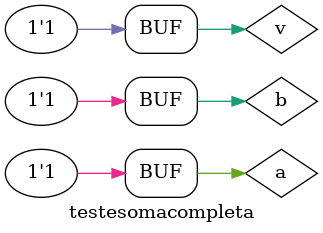
<source format=v>



module meiasoma (s0, s1, a, b);

 output s0, s1;
 input  a, b;
 

xor XOR1 (s0, a, b);
and AND1 (s1, a, b);
 
 endmodule 
 


module somacompleta(s0, s1, a, b, v);

wire q0,q1,q2;
output s0, s1;
input a, b, v;


meiasoma MS1 (q0, q1, a, b);
meiasoma MS2 (s0, q2, q0, v);
or OR1 (s1, q1, q2);


endmodule


module testesomacompleta;

 reg   a, b, v;             
 wire  s0, s1;
         
 somacompleta SOMACOMPLETA1 (s0, s1, a, b, v);


 initial begin:start
      a=0; b=0; v=0;

 end

          
 initial begin:main

      $display("Nome: Gabriel Benjamim de Carvalho - 396690");
      $display("Soma Completa usando dois operadores de Meia Soma.");
      $display("\nv a b = s0 s1\n");
      $monitor(" %b %b %b = %b %b", v, a, b, s0, s1);

#1 a=0;b=1;v=0;
#1 a=1;b=0;v=0;
#1 a=1;b=1;v=0;
#1 a=0;b=0;v=1;
#1 a=0;b=1;v=1;
#1 a=1;b=0;v=1;
#1 a=1;b=1;v=1;
  
 end

endmodule 
</source>
